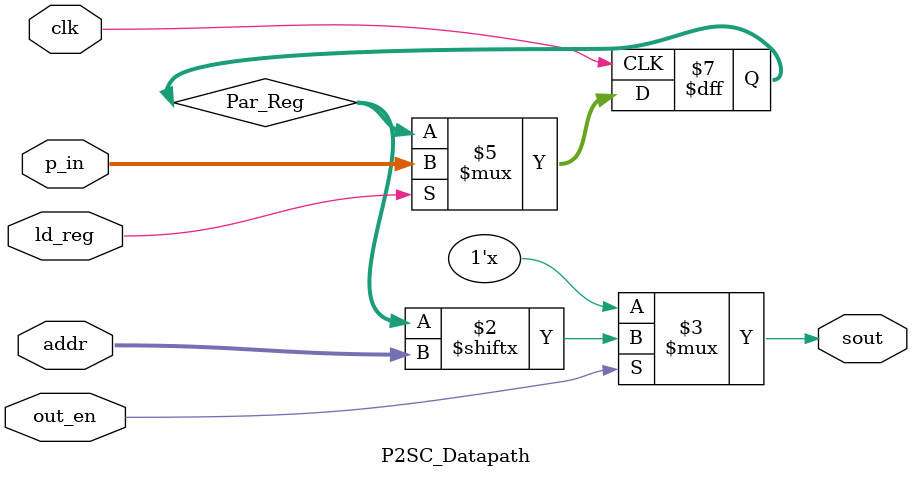
<source format=v>


`timescale 1ns/100ps

module P2SC_Datapath (input [7:0] p_in, input [2:0] addr,
                      input clk, ld_reg, out_en,
                      output sout);
  
  // Define registers and state variables:
  
  reg [7:0] Par_Reg;
  
  // Initialize registers to values of 0.
  
  initial begin
    Par_Reg = 0;
  end
  
  // Perform the shift operation iF shifting is enabled (for 8 clk pulses).

  always @ (posedge clk)
    if (ld_reg)
      Par_Reg <= p_in;
      
  assign sout = out_en ? Par_Reg[addr] : 1'bz;
      
endmodule
</source>
